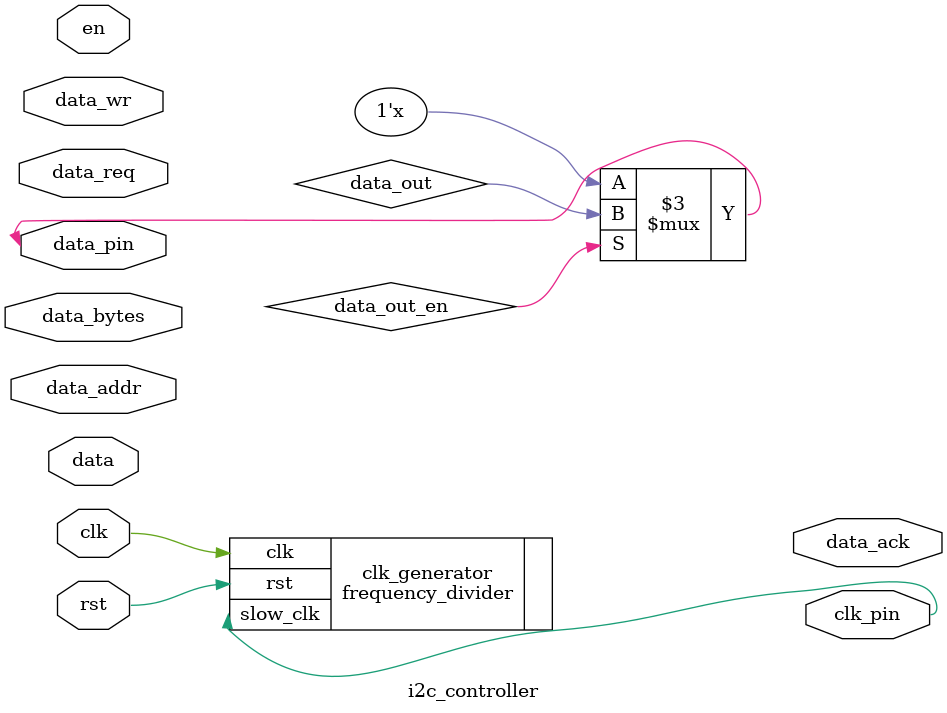
<source format=v>
module i2c_controller (
	clk, rst, en, 
    data_req, data_wr, data_addr, data_bytes, data, data_ack,
	data_pin, clk_pin
);
	input clk, rst, en;

    input data_req, data_wr;
    input [5:0] data_addr;
    input [2:0] data_bytes;
    inout [7:0] data;
    output data_ack;

    inout data_pin;
    output clk_pin;

    reg data_out, data_out_en;
    assign data_pin = data_out_en ? data_out : 1'bz;

    reg i2c_clk_activated;
    frequency_divider#(500) clk_generator (
        .clk(clk),
        .rst(rst),
        .slow_clk(clk_pin)
    );

    `include "States.vh"
	reg [2:0] state;

    task reset;
		begin
			state <= STATE_IDLE;
            i2c_clk_activated <= 1'b0;
		end
	endtask
	
	task on_clock;
		begin
			// case (state)
                
            // endcase
		end
	endtask
	
	always @(posedge clk or posedge rst) begin
		if (rst) reset;
		else on_clock;
	end
endmodule
</source>
